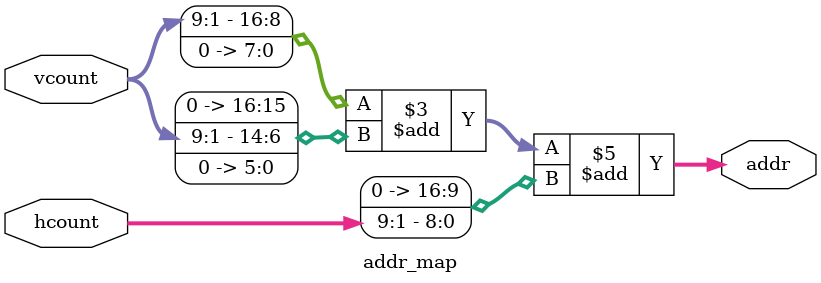
<source format=v>
module addr_map(input[9:0] hcount,
                input[9:0] vcount,
                output[16:0] addr);
assign addr = (vcount[9:1] << 8) + (vcount[9:1] << 6) + (hcount >> 1);
endmodule
</source>
